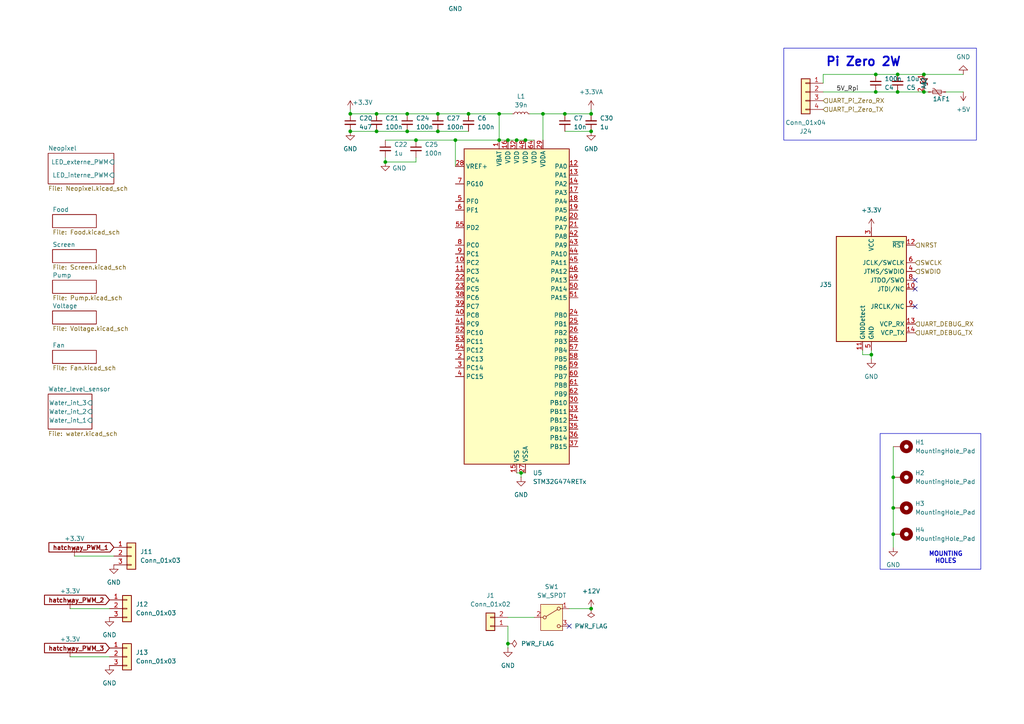
<source format=kicad_sch>
(kicad_sch (version 20250114) (generator "eeschema") (generator_version "9.0")
  (paper "A4")
  (lib_symbols
    (symbol "Connector:Conn_ST_STDC14"
      (property "Reference" "J" (at -8.89 16.51 0))
      (property "Value" "Conn_ST_STDC14" (at 17.78 16.51 0))
      (symbol "Conn_ST_STDC14_0_1"
        (rectangle (start -10.16 15.24) (end 10.16 -15.24) (stroke (width 0.254)) (fill (type background)))
      )
      (symbol "Conn_ST_STDC14_1_1"
        (pin no_connect line (at -10.16 5.08 0) (length 2.54) (hide yes) (name "NC") (number "1"))
        (pin no_connect line (at -10.16 2.54 0) (length 2.54) (hide yes) (name "NC") (number "2"))
        (pin passive line (at -2.54 -17.78 90) (length 2.54) (name "GNDDetect") (number "11"))
        (pin power_in line (at 0 17.78 270) (length 2.54) (name "VCC") (number "3"))
        (pin power_in line (at 0 -17.78 90) (length 2.54) (name "GND") (number "5"))
        (pin passive line (at 0 -17.78 90) (length 2.54) (hide yes) (name "GND") (number "7"))
        (pin open_collector line (at 12.7 12.7 180) (length 2.54) (name "~{RST}") (number "12"))
        (pin output line (at 12.7 7.62 180) (length 2.54) (name "JCLK/SWCLK") (number "6"))
        (pin bidirectional line (at 12.7 5.08 180) (length 2.54) (name "JTMS/SWDIO") (number "4"))
        (pin input line (at 12.7 2.54 180) (length 2.54) (name "JTDO/SWO") (number "8"))
        (pin output line (at 12.7 0 180) (length 2.54) (name "JTDI/NC") (number "10"))
        (pin input line (at 12.7 -5.08 180) (length 2.54) (name "JRCLK/NC") (number "9"))
        (pin output line (at 12.7 -10.16 180) (length 2.54) (name "VCP_RX") (number "13"))
        (pin input line (at 12.7 -12.7 180) (length 2.54) (name "VCP_TX") (number "14"))
      )
    )
    (symbol "Connector_Generic:Conn_01x02" (pin_names (offset 1.016) (hide yes))
      (property "Reference" "J" (at 0 2.54 0))
      (property "Value" "Conn_01x02" (at 0 -5.08 0))
      (symbol "Conn_01x02_1_1"
        (rectangle (start -1.27 1.27) (end 1.27 -3.81) (stroke (width 0.254)) (fill (type background)))
        (rectangle (start -1.27 0.127) (end 0 -0.127) (stroke (width 0.1524)))
        (rectangle (start -1.27 -2.413) (end 0 -2.667) (stroke (width 0.1524)))
        (pin passive line (at -5.08 0 0) (length 3.81) (name "Pin_1") (number "1"))
        (pin passive line (at -5.08 -2.54 0) (length 3.81) (name "Pin_2") (number "2"))
      )
    )
    (symbol "Connector_Generic:Conn_01x03" (pin_names (offset 1.016) (hide yes))
      (property "Reference" "J" (at 0 5.08 0))
      (property "Value" "Conn_01x03" (at 0 -5.08 0))
      (symbol "Conn_01x03_1_1"
        (rectangle (start -1.27 3.81) (end 1.27 -3.81) (stroke (width 0.254)) (fill (type background)))
        (rectangle (start -1.27 2.667) (end 0 2.413) (stroke (width 0.1524)))
        (rectangle (start -1.27 0.127) (end 0 -0.127) (stroke (width 0.1524)))
        (rectangle (start -1.27 -2.413) (end 0 -2.667) (stroke (width 0.1524)))
        (pin passive line (at -5.08 2.54 0) (length 3.81) (name "Pin_1") (number "1"))
        (pin passive line (at -5.08 0 0) (length 3.81) (name "Pin_2") (number "2"))
        (pin passive line (at -5.08 -2.54 0) (length 3.81) (name "Pin_3") (number "3"))
      )
    )
    (symbol "Connector_Generic:Conn_01x04" (pin_names (offset 1.016) (hide yes))
      (property "Reference" "J" (at 0 5.08 0))
      (property "Value" "Conn_01x04" (at 0 -7.62 0))
      (symbol "Conn_01x04_1_1"
        (rectangle (start -1.27 3.81) (end 1.27 -6.35) (stroke (width 0.254)) (fill (type background)))
        (rectangle (start -1.27 2.667) (end 0 2.413) (stroke (width 0.1524)))
        (rectangle (start -1.27 0.127) (end 0 -0.127) (stroke (width 0.1524)))
        (rectangle (start -1.27 -2.413) (end 0 -2.667) (stroke (width 0.1524)))
        (rectangle (start -1.27 -4.953) (end 0 -5.207) (stroke (width 0.1524)))
        (pin passive line (at -5.08 2.54 0) (length 3.81) (name "Pin_1") (number "1"))
        (pin passive line (at -5.08 0 0) (length 3.81) (name "Pin_2") (number "2"))
        (pin passive line (at -5.08 -2.54 0) (length 3.81) (name "Pin_3") (number "3"))
        (pin passive line (at -5.08 -5.08 0) (length 3.81) (name "Pin_4") (number "4"))
      )
    )
    (symbol "Device:C" (pin_numbers (hide yes)) (pin_names (offset 0.254))
      (property "Reference" "C" (at 0.635 2.54 0))
      (property "Value" "C" (at 0.635 -2.54 0))
      (symbol "C_0_1"
        (polyline (pts (xy -2.032 0.762) (xy 2.032 0.762)) (stroke (width 0.508)))
        (polyline (pts (xy -2.032 -0.762) (xy 2.032 -0.762)) (stroke (width 0.508)))
      )
      (symbol "C_1_1"
        (pin passive line (at 0 3.81 270) (length 2.794) (name "~") (number "1"))
        (pin passive line (at 0 -3.81 90) (length 2.794) (name "~") (number "2"))
      )
    )
    (symbol "Device:C_Small" (pin_numbers (hide yes)) (pin_names (offset 0.254) (hide yes))
      (property "Reference" "C" (at 0.254 1.778 0))
      (property "Value" "C_Small" (at 0.254 -2.032 0))
      (symbol "C_Small_0_1"
        (polyline (pts (xy -1.524 0.508) (xy 1.524 0.508)) (stroke (width 0.3048)))
        (polyline (pts (xy -1.524 -0.508) (xy 1.524 -0.508)) (stroke (width 0.3302)))
      )
      (symbol "C_Small_1_1"
        (pin passive line (at 0 2.54 270) (length 2.032) (name "~") (number "1"))
        (pin passive line (at 0 -2.54 90) (length 2.032) (name "~") (number "2"))
      )
    )
    (symbol "Device:L_Small" (pin_numbers (hide yes)) (pin_names (offset 0.254) (hide yes))
      (property "Reference" "L" (at 0.762 1.016 0))
      (property "Value" "L_Small" (at 0.762 -1.016 0))
      (symbol "L_Small_0_1"
        (arc (start 0 2.032) (mid 0.5058 1.524) (end 0 1.016))
        (arc (start 0 1.016) (mid 0.5058 0.508) (end 0 0))
        (arc (start 0 0) (mid 0.5058 -0.508) (end 0 -1.016))
        (arc (start 0 -1.016) (mid 0.5058 -1.524) (end 0 -2.032))
      )
      (symbol "L_Small_1_1"
        (pin passive line (at 0 2.54 270) (length 0.508) (name "~") (number "1"))
        (pin passive line (at 0 -2.54 90) (length 0.508) (name "~") (number "2"))
      )
    )
    (symbol "Device:Polyfuse_Small" (pin_numbers (hide yes)) (pin_names (offset 0))
      (property "Reference" "F" (at -1.905 0 90))
      (property "Value" "Polyfuse_Small" (at 1.905 0 90))
      (symbol "Polyfuse_Small_0_1"
        (polyline (pts (xy -1.016 1.27) (xy -1.016 0.762) (xy 1.016 -0.762) (xy 1.016 -1.27)))
        (rectangle (start -0.508 1.27) (end 0.508 -1.27))
        (polyline (pts (xy 0 2.54) (xy 0 -2.54)))
      )
      (symbol "Polyfuse_Small_1_1"
        (pin passive line (at 0 2.54 270) (length 0.635) (name "~") (number "1"))
        (pin passive line (at 0 -2.54 90) (length 0.635) (name "~") (number "2"))
      )
    )
    (symbol "Device:R_Small" (pin_numbers (hide yes)) (pin_names (offset 0.254) (hide yes))
      (property "Reference" "R" (at 0 0 90))
      (property "Value" "R_Small" (at 1.778 0 90))
      (symbol "R_Small_0_1"
        (rectangle (start -0.762 1.778) (end 0.762 -1.778) (stroke (width 0.2032)))
      )
      (symbol "R_Small_1_1"
        (pin passive line (at 0 2.54 270) (length 0.762) (name "~") (number "1"))
        (pin passive line (at 0 -2.54 90) (length 0.762) (name "~") (number "2"))
      )
    )
    (symbol "GND_1" (power) (pin_numbers (hide yes)) (pin_names (offset 0) (hide yes))
      (property "Value" "GND" (at 0 -3.81 0))
      (symbol "GND_1_0_1"
        (polyline (pts (xy 0 0) (xy 0 -1.27) (xy 1.27 -1.27) (xy 0 -2.54) (xy -1.27 -1.27) (xy 0 -1.27)))
      )
      (symbol "GND_1_1_1"
        (pin power_in line (at 0 0 270) (length 0) (name "~") (number "1"))
      )
    )
    (symbol "GND_13" (power) (pin_numbers (hide yes)) (pin_names (offset 0) (hide yes))
      (property "Value" "GND" (at 0 -3.81 0))
      (symbol "GND_13_0_1"
        (polyline (pts (xy 0 0) (xy 0 -1.27) (xy 1.27 -1.27) (xy 0 -2.54) (xy -1.27 -1.27) (xy 0 -1.27)))
      )
      (symbol "GND_13_1_1"
        (pin power_in line (at 0 0 270) (length 0) (name "~") (number "1"))
      )
    )
    (symbol "MCU_ST_STM32G4:STM32G474RETx"
      (property "Reference" "U" (at -15.24 46.99 0))
      (property "Value" "STM32G474RETx" (at 10.16 46.99 0))
      (symbol "STM32G474RETx_0_1"
        (rectangle (start -15.24 -45.72) (end 15.24 45.72) (stroke (width 0.254)) (fill (type background)))
      )
      (symbol "STM32G474RETx_1_1"
        (pin input line (at -17.78 40.64 0) (length 2.54) (name "VREF+") (number "28"))
        (pin bidirectional line (at -17.78 35.56 0) (length 2.54) (name "PG10") (number "7"))
        (pin bidirectional line (at -17.78 30.48 0) (length 2.54) (name "PF0") (number "5"))
        (pin bidirectional line (at -17.78 27.94 0) (length 2.54) (name "PF1") (number "6"))
        (pin bidirectional line (at -17.78 22.86 0) (length 2.54) (name "PD2") (number "55"))
        (pin bidirectional line (at -17.78 17.78 0) (length 2.54) (name "PC0") (number "8"))
        (pin bidirectional line (at -17.78 15.24 0) (length 2.54) (name "PC1") (number "9"))
        (pin bidirectional line (at -17.78 12.7 0) (length 2.54) (name "PC2") (number "10"))
        (pin bidirectional line (at -17.78 10.16 0) (length 2.54) (name "PC3") (number "11"))
        (pin bidirectional line (at -17.78 7.62 0) (length 2.54) (name "PC4") (number "22"))
        (pin bidirectional line (at -17.78 5.08 0) (length 2.54) (name "PC5") (number "23"))
        (pin bidirectional line (at -17.78 2.54 0) (length 2.54) (name "PC6") (number "38"))
        (pin bidirectional line (at -17.78 0 0) (length 2.54) (name "PC7") (number "39"))
        (pin bidirectional line (at -17.78 -2.54 0) (length 2.54) (name "PC8") (number "40"))
        (pin bidirectional line (at -17.78 -5.08 0) (length 2.54) (name "PC9") (number "41"))
        (pin bidirectional line (at -17.78 -7.62 0) (length 2.54) (name "PC10") (number "52"))
        (pin bidirectional line (at -17.78 -10.16 0) (length 2.54) (name "PC11") (number "53"))
        (pin bidirectional line (at -17.78 -12.7 0) (length 2.54) (name "PC12") (number "54"))
        (pin bidirectional line (at -17.78 -15.24 0) (length 2.54) (name "PC13") (number "2"))
        (pin bidirectional line (at -17.78 -17.78 0) (length 2.54) (name "PC14") (number "3"))
        (pin bidirectional line (at -17.78 -20.32 0) (length 2.54) (name "PC15") (number "4"))
        (pin power_in line (at -5.08 48.26 270) (length 2.54) (name "VBAT") (number "1"))
        (pin power_in line (at -2.54 48.26 270) (length 2.54) (name "VDD") (number "16"))
        (pin power_in line (at 0 48.26 270) (length 2.54) (name "VDD") (number "32"))
        (pin power_in line (at 0 -48.26 90) (length 2.54) (name "VSS") (number "15"))
        (pin passive line (at 0 -48.26 90) (length 2.54) (hide yes) (name "VSS") (number "31"))
        (pin passive line (at 0 -48.26 90) (length 2.54) (hide yes) (name "VSS") (number "47"))
        (pin passive line (at 0 -48.26 90) (length 2.54) (hide yes) (name "VSS") (number "63"))
        (pin power_in line (at 2.54 48.26 270) (length 2.54) (name "VDD") (number "48"))
        (pin power_in line (at 2.54 -48.26 90) (length 2.54) (name "VSSA") (number "27"))
        (pin power_in line (at 5.08 48.26 270) (length 2.54) (name "VDD") (number "64"))
        (pin power_in line (at 7.62 48.26 270) (length 2.54) (name "VDDA") (number "29"))
        (pin bidirectional line (at 17.78 40.64 180) (length 2.54) (name "PA0") (number "12"))
        (pin bidirectional line (at 17.78 38.1 180) (length 2.54) (name "PA1") (number "13"))
        (pin bidirectional line (at 17.78 35.56 180) (length 2.54) (name "PA2") (number "14"))
        (pin bidirectional line (at 17.78 33.02 180) (length 2.54) (name "PA3") (number "17"))
        (pin bidirectional line (at 17.78 30.48 180) (length 2.54) (name "PA4") (number "18"))
        (pin bidirectional line (at 17.78 27.94 180) (length 2.54) (name "PA5") (number "19"))
        (pin bidirectional line (at 17.78 25.4 180) (length 2.54) (name "PA6") (number "20"))
        (pin bidirectional line (at 17.78 22.86 180) (length 2.54) (name "PA7") (number "21"))
        (pin bidirectional line (at 17.78 20.32 180) (length 2.54) (name "PA8") (number "42"))
        (pin bidirectional line (at 17.78 17.78 180) (length 2.54) (name "PA9") (number "43"))
        (pin bidirectional line (at 17.78 15.24 180) (length 2.54) (name "PA10") (number "44"))
        (pin bidirectional line (at 17.78 12.7 180) (length 2.54) (name "PA11") (number "45"))
        (pin bidirectional line (at 17.78 10.16 180) (length 2.54) (name "PA12") (number "46"))
        (pin bidirectional line (at 17.78 7.62 180) (length 2.54) (name "PA13") (number "49"))
        (pin bidirectional line (at 17.78 5.08 180) (length 2.54) (name "PA14") (number "50"))
        (pin bidirectional line (at 17.78 2.54 180) (length 2.54) (name "PA15") (number "51"))
        (pin bidirectional line (at 17.78 -2.54 180) (length 2.54) (name "PB0") (number "24"))
        (pin bidirectional line (at 17.78 -5.08 180) (length 2.54) (name "PB1") (number "25"))
        (pin bidirectional line (at 17.78 -7.62 180) (length 2.54) (name "PB2") (number "26"))
        (pin bidirectional line (at 17.78 -10.16 180) (length 2.54) (name "PB3") (number "56"))
        (pin bidirectional line (at 17.78 -12.7 180) (length 2.54) (name "PB4") (number "57"))
        (pin bidirectional line (at 17.78 -15.24 180) (length 2.54) (name "PB5") (number "58"))
        (pin bidirectional line (at 17.78 -17.78 180) (length 2.54) (name "PB6") (number "59"))
        (pin bidirectional line (at 17.78 -20.32 180) (length 2.54) (name "PB7") (number "60"))
        (pin bidirectional line (at 17.78 -22.86 180) (length 2.54) (name "PB8") (number "61"))
        (pin bidirectional line (at 17.78 -25.4 180) (length 2.54) (name "PB9") (number "62"))
        (pin bidirectional line (at 17.78 -27.94 180) (length 2.54) (name "PB10") (number "30"))
        (pin bidirectional line (at 17.78 -30.48 180) (length 2.54) (name "PB11") (number "33"))
        (pin bidirectional line (at 17.78 -33.02 180) (length 2.54) (name "PB12") (number "34"))
        (pin bidirectional line (at 17.78 -35.56 180) (length 2.54) (name "PB13") (number "35"))
        (pin bidirectional line (at 17.78 -38.1 180) (length 2.54) (name "PB14") (number "36"))
        (pin bidirectional line (at 17.78 -40.64 180) (length 2.54) (name "PB15") (number "37"))
      )
    )
    (symbol "Mechanical:MountingHole_Pad" (pin_numbers (hide yes)) (pin_names (offset 1.016) (hide yes))
      (property "Reference" "H" (at 0 6.35 0))
      (property "Value" "MountingHole_Pad" (at 0 4.445 0))
      (symbol "MountingHole_Pad_0_1"
        (circle (center 0 1.27) (radius 1.27) (stroke (width 1.27)))
      )
      (symbol "MountingHole_Pad_1_1"
        (pin input line (at 0 -2.54 90) (length 2.54) (name "1") (number "1"))
      )
    )
    (symbol "Switch:SW_SPDT" (pin_names (offset 0) (hide yes))
      (property "Reference" "SW" (at 0 5.08 0))
      (property "Value" "SW_SPDT" (at 0 -5.08 0))
      (symbol "SW_SPDT_0_1"
        (circle (center -2.032 0) (radius 0.4572))
        (polyline (pts (xy -1.651 0.254) (xy 1.651 2.286)))
        (circle (center 2.032 2.54) (radius 0.4572))
        (circle (center 2.032 -2.54) (radius 0.4572))
      )
      (symbol "SW_SPDT_1_1"
        (rectangle (start -3.175 3.81) (end 3.175 -3.81) (fill (type background)))
        (pin passive line (at -5.08 0 0) (length 2.54) (name "B") (number "2"))
        (pin passive line (at 5.08 2.54 180) (length 2.54) (name "A") (number "1"))
        (pin passive line (at 5.08 -2.54 180) (length 2.54) (name "C") (number "3"))
      )
    )
    (symbol "my_lib:A4988"
      (property "Reference" "U" (at 7.874 -13.716 0))
      (symbol "A4988_1_1"
        (rectangle (start -6.35 6.35) (end 21.59 -31.75) (fill (type background)))
        (text "A4988" (at 7.62 -15.748 0) (effects (font (size 1.27 1.27))))
        (pin input line (at -8.89 -2.54 0) (length 2.54) (name "MS1") (number "9"))
        (pin input line (at -8.89 -5.08 0) (length 2.54) (name "MS2") (number "10"))
        (pin input line (at -8.89 -7.62 0) (length 2.54) (name "MS3") (number "11"))
        (pin input line (at -8.89 -13.97 0) (length 2.54) (name "EN") (number "2"))
        (pin input line (at -8.89 -16.51 0) (length 2.54) (name "RESET") (number "12"))
        (pin input line (at -8.89 -19.05 0) (length 2.54) (name "SLEEP") (number "14"))
        (pin input line (at -8.89 -21.59 0) (length 2.54) (name "STEP") (number "16"))
        (pin input line (at -8.89 -24.13 0) (length 2.54) (name "DIR") (number "19"))
        (pin passive line (at -1.27 8.89 270) (length 2.54) (name "CP1") (number "4"))
        (pin passive line (at 1.27 8.89 270) (length 2.54) (name "CP2") (number "5"))
        (pin power_in line (at 1.27 -34.29 90) (length 2.54) (name "GND") (number "3"))
        (pin passive line (at 3.81 8.89 270) (length 2.54) (name "VCP") (number "6"))
        (pin power_in line (at 3.81 -34.29 90) (length 2.54) (name "PAD") (number "0"))
        (pin passive line (at 6.35 8.89 270) (length 2.54) (name "ROSC") (number "13"))
        (pin power_in line (at 6.35 -34.29 90) (length 2.54) (name "GND") (number "18"))
        (pin input line (at 8.89 8.89 270) (length 2.54) (name "REF") (number "17"))
        (pin no_connect line (at 8.89 -34.29 90) (length 2.54) (name "NC") (number "7"))
        (pin power_in line (at 11.43 8.89 270) (length 2.54) (name "VDD") (number "15"))
        (pin no_connect line (at 11.43 -34.29 90) (length 2.54) (name "NC") (number "20"))
        (pin power_in line (at 13.97 8.89 270) (length 2.54) (name "VBB1") (number "22"))
        (pin no_connect line (at 13.97 -34.29 90) (length 2.54) (name "NC") (number "25"))
        (pin power_in line (at 16.51 8.89 270) (length 2.54) (name "VBB2") (number "28"))
        (pin power_out line (at 24.13 -2.54 180) (length 2.54) (name "VREG") (number "8"))
        (pin passive line (at 24.13 -7.62 180) (length 2.54) (name "SENSE1") (number "23"))
        (pin output line (at 24.13 -10.16 180) (length 2.54) (name "OUT1A") (number "24"))
        (pin output line (at 24.13 -12.7 180) (length 2.54) (name "OUT1B") (number "21"))
        (pin passive line (at 24.13 -17.78 180) (length 2.54) (name "SENSE2") (number "27"))
        (pin output line (at 24.13 -20.32 180) (length 2.54) (name "OUT2A") (number "26"))
        (pin output line (at 24.13 -22.86 180) (length 2.54) (name "OUT2B") (number "1"))
      )
    )
    (symbol "my_lib:VESD05A1-02V-G3-08"
      (symbol "VESD05A1-02V-G3-08_0_1"
        (polyline (pts (xy -1.27 1.016) (xy -1.27 -1.016) (xy 0 0) (xy 0 0) (xy -1.27 1.016)) (stroke (width 0.254)))
        (polyline (pts (xy -1.27 0) (xy 1.27 0)))
        (polyline (pts (xy 0.508 1.016) (xy 0 1.016) (xy 0 -1.016) (xy -0.508 -1.016)) (stroke (width 0.254)))
      )
      (symbol "VESD05A1-02V-G3-08_1_1"
        (pin passive line (at -2.54 0 0) (length 1.27) (name "A1") (number "1"))
        (pin passive line (at 2.54 0 180) (length 1.27) (name "A2") (number "2"))
      )
    )
    (symbol "power:+12V" (power) (pin_numbers (hide yes)) (pin_names (offset 0) (hide yes))
      (property "Value" "+12V" (at 0 3.556 0))
      (symbol "+12V_0_1"
        (polyline (pts (xy -0.762 1.27) (xy 0 2.54)))
        (polyline (pts (xy 0 2.54) (xy 0.762 1.27)))
        (polyline (pts (xy 0 0) (xy 0 2.54)))
      )
      (symbol "+12V_1_1"
        (pin power_in line (at 0 0 90) (length 0) (name "~") (number "1"))
      )
    )
    (symbol "power:+3.3V" (power) (pin_numbers (hide yes)) (pin_names (offset 0) (hide yes))
      (property "Value" "+3.3V" (at 0 3.556 0))
      (symbol "+3.3V_0_1"
        (polyline (pts (xy -0.762 1.27) (xy 0 2.54)))
        (polyline (pts (xy 0 2.54) (xy 0.762 1.27)))
        (polyline (pts (xy 0 0) (xy 0 2.54)))
      )
      (symbol "+3.3V_1_1"
        (pin power_in line (at 0 0 90) (length 0) (name "~") (number "1"))
      )
    )
    (symbol "power:+3.3VA" (power) (pin_numbers (hide yes)) (pin_names (offset 0) (hide yes))
      (property "Value" "+3.3VA" (at 0 3.556 0))
      (symbol "+3.3VA_0_1"
        (polyline (pts (xy -0.762 1.27) (xy 0 2.54)))
        (polyline (pts (xy 0 2.54) (xy 0.762 1.27)))
        (polyline (pts (xy 0 0) (xy 0 2.54)))
      )
      (symbol "+3.3VA_1_1"
        (pin power_in line (at 0 0 90) (length 0) (name "~") (number "1"))
      )
    )
    (symbol "power:+5V" (power) (pin_numbers (hide yes)) (pin_names (offset 0) (hide yes))
      (property "Value" "+5V" (at 0 3.556 0))
      (symbol "+5V_0_1"
        (polyline (pts (xy -0.762 1.27) (xy 0 2.54)))
        (polyline (pts (xy 0 2.54) (xy 0.762 1.27)))
        (polyline (pts (xy 0 0) (xy 0 2.54)))
      )
      (symbol "+5V_1_1"
        (pin power_in line (at 0 0 90) (length 0) (name "~") (number "1"))
      )
    )
    (symbol "power:GND" (power) (pin_numbers (hide yes)) (pin_names (offset 0) (hide yes))
      (property "Value" "GND" (at 0 -3.81 0))
      (symbol "GND_0_1"
        (polyline (pts (xy 0 0) (xy 0 -1.27) (xy 1.27 -1.27) (xy 0 -2.54) (xy -1.27 -1.27) (xy 0 -1.27)))
      )
      (symbol "GND_1_1"
        (pin power_in line (at 0 0 270) (length 0) (name "~") (number "1"))
      )
    )
    (symbol "power:PWR_FLAG" (power) (pin_numbers (hide yes)) (pin_names (offset 0) (hide yes))
      (property "Value" "PWR_FLAG" (at 0 3.81 0))
      (symbol "PWR_FLAG_0_0"
        (pin power_out line (at 0 0 90) (length 0) (name "~") (number "1"))
      )
      (symbol "PWR_FLAG_0_1"
        (polyline (pts (xy 0 0) (xy 0 1.27) (xy -1.016 1.905) (xy 0 2.54) (xy 1.016 1.905) (xy 0 1.27)))
      )
    )
  )
  (rectangle (start 255.27 125.73) (end 284.48 165.1))
  (rectangle (start 227.33 13.97) (end 283.21 40.64))
  (text "t_off = R_osc/825 in us" (at 160.528 -91.44 0) (effects (font (size 1.27 1.27) (thickness 0.254) (bold yes))))
  (text "Pi Zero 2W" (at 250.444 18.034 0) (effects (font (size 2.54 2.54) (thickness 0.508) (bold yes))))
  (text "MOUNTING\nHOLES" (at 274.32 161.798 0) (effects (font (size 1.27 1.27) (thickness 0.254) (bold yes))))
  (junction (at 144.78 40.64))
  (junction (at 151.13 137.16))
  (junction (at 118.11 38.1))
  (junction (at 171.45 33.02))
  (junction (at 260.35 21.59))
  (junction (at 157.48 33.02))
  (junction (at 252.73 102.87))
  (junction (at 144.78 33.02))
  (junction (at 127 33.02))
  (junction (at 133.35 -40.64))
  (junction (at 127 38.1))
  (junction (at 109.22 33.02))
  (junction (at 259.08 138.43))
  (junction (at 171.45 176.53))
  (junction (at 267.97 26.67))
  (junction (at 109.22 38.1))
  (junction (at 132.08 40.64))
  (junction (at 259.08 147.32))
  (junction (at 259.08 154.94))
  (junction (at 254 21.59))
  (junction (at 267.97 21.59))
  (junction (at 101.6 38.1))
  (junction (at 147.32 186.69))
  (junction (at 39.37 -11.43))
  (junction (at 120.65 40.64))
  (junction (at 39.37 -19.05))
  (junction (at 171.45 38.1))
  (junction (at 254 26.67))
  (junction (at 135.89 33.02))
  (junction (at 149.86 40.64))
  (junction (at 118.11 33.02))
  (junction (at 163.83 33.02))
  (junction (at 101.6 33.02))
  (junction (at 152.4 40.64))
  (junction (at 147.32 40.64))
  (junction (at 111.76 46.99))
  (junction (at 260.35 26.67))
  (no_connect (at 265.43 88.9))
  (no_connect (at 165.1 181.61))
  (no_connect (at 265.43 83.82))
  (no_connect (at 265.43 81.28))
  (wire (pts (xy 147.32 40.64) (xy 149.86 40.64)))
  (wire (pts (xy 135.89 33.02) (xy 144.78 33.02)))
  (wire (pts (xy -44.45 13.97) (xy -45.72 13.97)))
  (wire (pts (xy 109.22 33.02) (xy 118.11 33.02)))
  (wire (pts (xy -45.72 13.97) (xy -45.72 15.24)))
  (wire (pts (xy 120.65 40.64) (xy 132.08 40.64)))
  (wire (pts (xy 238.76 21.59) (xy 254 21.59)))
  (wire (pts (xy 39.37 -11.43) (xy 48.26 -11.43)))
  (wire (pts (xy 259.08 138.43) (xy 259.08 147.32)))
  (wire (pts (xy 43.18 -19.05) (xy 43.18 -13.97)))
  (wire (pts (xy -48.26 35.56) (xy -48.26 36.83)))
  (wire (pts (xy 31.75 -11.43) (xy 39.37 -11.43)))
  (wire (pts (xy 20.32 176.53) (xy 31.75 176.53)))
  (wire (pts (xy -46.99 35.56) (xy -48.26 35.56)))
  (wire (pts (xy 34.29 -19.05) (xy 39.37 -19.05)))
  (wire (pts (xy 163.83 33.02) (xy 171.45 33.02)))
  (wire (pts (xy 127 38.1) (xy 135.89 38.1)))
  (wire (pts (xy -46.99 11.43) (xy -44.45 11.43)))
  (wire (pts (xy 111.76 40.64) (xy 120.65 40.64)))
  (wire (pts (xy 252.73 102.87) (xy 252.73 104.14)))
  (wire (pts (xy 250.19 101.6) (xy 250.19 102.87)))
  (wire (pts (xy 20.32 190.5) (xy 31.75 190.5)))
  (wire (pts (xy 118.11 38.1) (xy 127 38.1)))
  (wire (pts (xy 259.08 129.54) (xy 259.08 138.43)))
  (wire (pts (xy 130.81 -40.64) (xy 133.35 -40.64)))
  (wire (pts (xy 260.35 26.67) (xy 267.97 26.67)))
  (wire (pts (xy -36.83 -5.08) (xy -38.1 -5.08)))
  (wire (pts (xy 118.11 33.02) (xy 127 33.02)))
  (wire (pts (xy 149.86 137.16) (xy 151.13 137.16)))
  (wire (pts (xy 144.78 33.02) (xy 144.78 40.64)))
  (wire (pts (xy 39.37 -19.05) (xy 43.18 -19.05)))
  (wire (pts (xy 151.13 137.16) (xy 151.13 138.43)))
  (wire (pts (xy 254 26.67) (xy 260.35 26.67)))
  (wire (pts (xy 147.32 187.96) (xy 147.32 186.69)))
  (wire (pts (xy 127 -87.63) (xy 127 -86.36)))
  (wire (pts (xy -38.1 -5.08) (xy -38.1 -3.81)))
  (wire (pts (xy 157.48 -72.39) (xy 153.67 -72.39)))
  (wire (pts (xy 128.27 -86.36) (xy 128.27 -83.82)))
  (wire (pts (xy 238.76 26.67) (xy 254 26.67)))
  (wire (pts (xy 171.45 176.53) (xy 165.1 176.53)))
  (wire (pts (xy 267.97 26.67) (xy 269.24 26.67)))
  (wire (pts (xy 132.08 -87.63) (xy 132.08 -86.36)))
  (wire (pts (xy 260.35 21.59) (xy 267.97 21.59)))
  (wire (pts (xy 101.6 38.1) (xy 109.22 38.1)))
  (wire (pts (xy 148.59 33.02) (xy 144.78 33.02)))
  (wire (pts (xy 252.73 101.6) (xy 252.73 102.87)))
  (wire (pts (xy 153.67 33.02) (xy 157.48 33.02)))
  (wire (pts (xy 254 21.59) (xy 260.35 21.59)))
  (wire (pts (xy 130.81 -86.36) (xy 130.81 -83.82)))
  (wire (pts (xy 21.59 161.29) (xy 33.02 161.29)))
  (wire (pts (xy 238.76 21.59) (xy 238.76 24.13)))
  (wire (pts (xy 111.76 46.99) (xy 111.76 45.72)))
  (wire (pts (xy 147.32 186.69) (xy 147.32 181.61)))
  (wire (pts (xy 101.6 31.75) (xy 101.6 33.02)))
  (wire (pts (xy 163.83 38.1) (xy 171.45 38.1)))
  (wire (pts (xy 157.48 33.02) (xy 157.48 40.64)))
  (wire (pts (xy 144.78 40.64) (xy 147.32 40.64)))
  (wire (pts (xy 157.48 33.02) (xy 163.83 33.02)))
  (wire (pts (xy -49.53 33.02) (xy -46.99 33.02)))
  (wire (pts (xy 135.89 -86.36) (xy 135.89 -83.82)))
  (wire (pts (xy 120.65 45.72) (xy 120.65 46.99)))
  (wire (pts (xy 101.6 33.02) (xy 109.22 33.02)))
  (wire (pts (xy 274.32 26.67) (xy 279.4 26.67)))
  (wire (pts (xy 267.97 21.59) (xy 279.4 21.59)))
  (wire (pts (xy 259.08 147.32) (xy 259.08 154.94)))
  (wire (pts (xy 127 33.02) (xy 135.89 33.02)))
  (wire (pts (xy 152.4 40.64) (xy 154.94 40.64)))
  (wire (pts (xy 43.18 -13.97) (xy 48.26 -13.97)))
  (wire (pts (xy 132.08 -86.36) (xy 130.81 -86.36)))
  (wire (pts (xy 171.45 31.75) (xy 171.45 33.02)))
  (wire (pts (xy 259.08 154.94) (xy 259.08 158.75)))
  (wire (pts (xy 132.08 40.64) (xy 144.78 40.64)))
  (wire (pts (xy 133.35 -40.64) (xy 133.35 -39.37)))
  (wire (pts (xy 151.13 137.16) (xy 152.4 137.16)))
  (wire (pts (xy 120.65 46.99) (xy 111.76 46.99)))
  (wire (pts (xy 147.32 179.07) (xy 154.94 179.07)))
  (wire (pts (xy 250.19 102.87) (xy 252.73 102.87)))
  (wire (pts (xy -39.37 -7.62) (xy -36.83 -7.62)))
  (wire (pts (xy 132.08 48.26) (xy 132.08 40.64)))
  (wire (pts (xy 127 -86.36) (xy 128.27 -86.36)))
  (wire (pts (xy 133.35 -40.64) (xy 135.89 -40.64)))
  (wire (pts (xy 109.22 38.1) (xy 118.11 38.1)))
  (wire (pts (xy 149.86 40.64) (xy 152.4 40.64)))
  (label "5V_Rpi" (at 242.57 26.67 0))
  (global_label "UART_HD_XL430" (shape input) (at -46.99 30.48 180) (property "Intersheetrefs" "${INTERSHEET_REFS}" (effects (hide yes))))
  (global_label "hatchway_PWM_1" (shape input) (at 33.02 158.75 180) (effects (font (thickness 0.254) (bold yes))) (property "Intersheetrefs" "${INTERSHEET_REFS}" (effects (hide yes))))
  (global_label "UART_HD_XL430" (shape input) (at -36.83 -10.16 180) (property "Intersheetrefs" "${INTERSHEET_REFS}" (effects (hide yes))))
  (global_label "UART_HD_XL430" (shape input) (at -44.45 8.89 180) (property "Intersheetrefs" "${INTERSHEET_REFS}" (effects (hide yes))))
  (global_label "hatchway_PWM_3" (shape input) (at 31.75 187.96 180) (effects (font (thickness 0.254) (bold yes))) (property "Intersheetrefs" "${INTERSHEET_REFS}" (effects (hide yes))))
  (global_label "hatchway_PWM_2" (shape input) (at 31.75 173.99 180) (effects (font (thickness 0.254) (bold yes))) (property "Intersheetrefs" "${INTERSHEET_REFS}" (effects (hide yes))))
  (hierarchical_label "Output" (shape input) (at 48.26 -8.89 180))
  (hierarchical_label "SWDIO" (shape input) (at 265.43 78.74 0))
  (hierarchical_label "UART_Pi_Zero_TX" (shape input) (at 238.76 31.75 0))
  (hierarchical_label "UART_Pi_Zero_RX" (shape input) (at 238.76 29.21 0))
  (hierarchical_label "SWCLK" (shape input) (at 265.43 76.2 0))
  (hierarchical_label "NRST" (shape input) (at 265.43 71.12 0))
  (hierarchical_label "UART_DEBUG_TX" (shape input) (at 265.43 96.52 0))
  (hierarchical_label "UART_DEBUG_RX" (shape input) (at 265.43 93.98 0))
  (symbol (lib_id "Device:L_Small") (at 151.13 33.02 90) (unit 1)
    (property "Reference" "L1" (at 151.13 27.94 90))
    (property "Value" "39n" (at 151.13 30.48 90))
    (property "Footprint" "Inductor_SMD:L_0603_1608Metric" (effects (hide yes)))
    (property "Description" "Inductor, small symbol" (effects (hide yes)))
  )
  (symbol (lib_id "Device:C_Small") (at 254 24.13 0) (mirror x) (unit 1)
    (property "Reference" "C4" (at 256.54 25.3938 0) (effects (justify left)))
    (property "Value" "100n" (at 256.54 22.86 0) (effects (justify left)))
    (property "Footprint" "Capacitor_SMD:C_0402_1005Metric" (effects (hide yes)))
    (property "Description" "Unpolarized capacitor, small symbol" (effects (hide yes)))
  )
  (symbol (lib_id "Device:C_Small") (at 118.11 35.56 0) (unit 1)
    (property "Reference" "C24" (at 120.65 34.2962 0) (effects (justify left)))
    (property "Value" "100n" (at 120.65 36.8362 0) (effects (justify left)))
    (property "Footprint" "Capacitor_SMD:C_0402_1005Metric" (effects (hide yes)))
    (property "Description" "Unpolarized capacitor, small symbol" (effects (hide yes)))
  )
  (symbol (lib_id "power:+5V") (at 279.4 26.67 0) (mirror x) (unit 1)
    (property "Reference" "#PWR051" (effects (hide yes)))
    (property "Value" "+5V" (at 279.4 31.75 0))
    (property "Description" "Power symbol creates a global label with name \"+5V\"" (effects (hide yes)))
  )
  (symbol (lib_id "Device:C_Small") (at 120.65 43.18 0) (unit 1)
    (property "Reference" "C25" (at 123.19 41.9162 0) (effects (justify left)))
    (property "Value" "100n" (at 123.19 44.4562 0) (effects (justify left)))
    (property "Footprint" "Capacitor_SMD:C_0402_1005Metric" (effects (hide yes)))
    (property "Description" "Unpolarized capacitor, small symbol" (effects (hide yes)))
  )
  (symbol (lib_name "GND_1") (lib_id "power:GND") (at -48.26 36.83 0) (unit 1)
    (property "Reference" "#PWR037" (effects (hide yes)))
    (property "Value" "GND" (at -48.26 41.91 0))
    (property "Description" "Power symbol creates a global label with name \"GND\" , ground" (effects (hide yes)))
  )
  (symbol (lib_id "Connector_Generic:Conn_01x03") (at -39.37 11.43 0) (mirror x) (unit 1)
    (property "Reference" "J103" (at -36.83 12.7001 0) (effects (justify left)))
    (property "Value" "Conn_01x03" (at -36.83 10.1601 0) (effects (justify left)))
    (property "Footprint" "Connector_JST:JST_EH_B3B-EH-A_1x03_P2.50mm_Vertical" (effects (hide yes)))
    (property "Description" "Generic connector, single row, 01x03, script generated (kicad-library-utils/schlib/autogen/connector/)" (effects (hide yes)))
  )
  (symbol (lib_id "Device:C_Small") (at 111.76 43.18 0) (unit 1)
    (property "Reference" "C22" (at 114.3 41.9162 0) (effects (justify left)))
    (property "Value" "1u" (at 114.3 44.4562 0) (effects (justify left)))
    (property "Footprint" "Capacitor_SMD:C_0402_1005Metric" (effects (hide yes)))
    (property "Description" "Unpolarized capacitor, small symbol" (effects (hide yes)))
  )
  (symbol (lib_id "Device:C_Small") (at 101.6 35.56 0) (unit 1)
    (property "Reference" "C20" (at 104.14 34.2962 0) (effects (justify left)))
    (property "Value" "4u7" (at 104.14 36.8362 0) (effects (justify left)))
    (property "Footprint" "Capacitor_SMD:C_0603_1608Metric" (effects (hide yes)))
    (property "Description" "Unpolarized capacitor, small symbol" (effects (hide yes)))
  )
  (symbol (lib_id "power:+12V") (at -49.53 33.02 90) (unit 1)
    (property "Reference" "#PWR036" (effects (hide yes)))
    (property "Value" "+12V" (at -53.34 33.0199 90) (effects (justify left)))
    (property "Description" "Power symbol creates a global label with name \"+12V\"" (effects (hide yes)))
  )
  (symbol (lib_id "power:GND") (at 162.56 -72.39 0) (unit 1)
    (property "Reference" "#PWR083" (effects (hide yes)))
    (property "Value" "GND" (at 162.56 -66.04 0))
    (property "Description" "Power symbol creates a global label with name \"GND\" , ground" (effects (hide yes)))
  )
  (symbol (lib_id "MCU_ST_STM32G4:STM32G474RETx") (at 149.86 88.9 0) (unit 1)
    (property "Reference" "U5" (at 154.5433 137.16 0) (effects (justify left)))
    (property "Value" "STM32G474RETx" (at 154.5433 139.7 0) (effects (justify left)))
    (property "Footprint" "Package_QFP:LQFP-64_10x10mm_P0.5mm" (effects (hide yes)))
    (property "Datasheet" "https://www.st.com/resource/en/datasheet/stm32g474re.pdf" (effects (hide yes)))
    (property "Description" "STMicroelectronics Arm Cortex-M4 MCU, 512KB flash, 128KB RAM, 170 MHz, 1.71-3.6V, 52 GPIO, LQFP64" (effects (hide yes)))
  )
  (symbol (lib_id "power:+3.3V") (at 21.59 161.29 0) (unit 1)
    (property "Reference" "#PWR023" (effects (hide yes)))
    (property "Value" "+3.3V" (at 21.59 156.21 0))
    (property "Description" "Power symbol creates a global label with name \"+3.3V\"" (effects (hide yes)))
  )
  (symbol (lib_id "power:GND") (at 151.13 138.43 0) (unit 1)
    (property "Reference" "#PWR056" (effects (hide yes)))
    (property "Value" "GND" (at 151.13 143.51 0))
    (property "Description" "Power symbol creates a global label with name \"GND\" , ground" (effects (hide yes)))
  )
  (symbol (lib_id "power:GND") (at 33.02 163.83 0) (unit 1)
    (property "Reference" "#PWR022" (effects (hide yes)))
    (property "Value" "GND" (at 33.02 168.91 0))
    (property "Description" "Power symbol creates a global label with name \"GND\" , ground" (effects (hide yes)))
  )
  (symbol (lib_id "Device:C_Small") (at 135.89 35.56 0) (unit 1)
    (property "Reference" "C6" (at 138.43 34.2962 0) (effects (justify left)))
    (property "Value" "100n" (at 138.43 36.8362 0) (effects (justify left)))
    (property "Footprint" "Capacitor_SMD:C_0402_1005Metric" (effects (hide yes)))
    (property "Description" "Unpolarized capacitor, small symbol" (effects (hide yes)))
  )
  (symbol (lib_id "power:+12V") (at 132.08 -5.08 0) (unit 1)
    (property "Reference" "#PWR042" (effects (hide yes)))
    (property "Value" "+12V" (at 132.08 -8.89 0))
    (property "Description" "Power symbol creates a global label with name \"+12V\"" (effects (hide yes)))
  )
  (symbol (lib_id "Device:C_Small") (at 129.54 -87.63 90) (unit 1)
    (property "Reference" "C9" (at 129.5463 -92.71 90))
    (property "Value" "100n" (at 129.5463 -90.17 90))
    (property "Description" "Unpolarized capacitor, small symbol" (effects (hide yes)))
  )
  (symbol (lib_id "Connector_Generic:Conn_01x02") (at 137.16 -5.08 0) (unit 1)
    (property "Reference" "J21" (at 139.7 -5.0801 0) (effects (justify left)))
    (property "Value" "Conn_01x02" (at 139.7 -2.5401 0) (effects (justify left)))
    (property "Description" "Generic connector, single row, 01x02, script generated (kicad-library-utils/schlib/autogen/connector/)" (effects (hide yes)))
  )
  (symbol (lib_id "power:GND") (at 171.45 38.1 0) (unit 1)
    (property "Reference" "#PWR052" (effects (hide yes)))
    (property "Value" "GND" (at 171.45 43.18 0))
    (property "Description" "Power symbol creates a global label with name \"GND\" , ground" (effects (hide yes)))
  )
  (symbol (lib_id "Device:C") (at 39.37 -15.24 180) (unit 1)
    (property "Reference" "C11" (at 43.18 -16.5101 0) (effects (justify right)))
    (property "Value" "1u" (at 43.18 -13.9701 0) (effects (justify right)))
    (property "Footprint" "Capacitor_SMD:C_0603_1608Metric" (effects (hide yes)))
    (property "Description" "Unpolarized capacitor" (effects (hide yes)))
  )
  (symbol (lib_id "Device:C_Small") (at 260.35 24.13 0) (mirror x) (unit 1)
    (property "Reference" "C5" (at 262.89 25.3938 0) (effects (justify left)))
    (property "Value" "10u" (at 262.89 22.86 0) (effects (justify left)))
    (property "Footprint" "Capacitor_SMD:C_0603_1608Metric" (effects (hide yes)))
    (property "Description" "Unpolarized capacitor, small symbol" (effects (hide yes)))
  )
  (symbol (lib_id "Mechanical:MountingHole_Pad") (at 261.62 138.43 270) (unit 1)
    (property "Reference" "H2" (at 265.43 137.16 90) (effects (justify left)))
    (property "Value" "MountingHole_Pad" (at 265.43 139.7 90) (effects (justify left)))
    (property "Footprint" "MountingHole:MountingHole_3.2mm_M3_Pad_Via" (effects (hide yes)))
  )
  (symbol (lib_id "Connector_Generic:Conn_01x03") (at 53.34 -11.43 0) (unit 1)
    (property "Reference" "J20" (at 55.88 -12.7001 0) (effects (justify left)))
    (property "Value" "Conn_01x03" (at 55.88 -10.1601 0) (effects (justify left)))
    (property "Footprint" "Connector_JST:JST_EH_B3B-EH-A_1x03_P2.50mm_Vertical" (effects (hide yes)))
    (property "Description" "Generic connector, single row, 01x03, script generated (kicad-library-utils/schlib/autogen/connector/)" (effects (hide yes)))
  )
  (symbol (lib_id "power:+3.3V") (at 101.6 31.75 0) (unit 1)
    (property "Reference" "#PWR052" (effects (hide yes)))
    (property "Value" "+3.3V" (at 105.156 29.718 0))
    (property "Description" "Power symbol creates a global label with name \"+3.3V\"" (effects (hide yes)))
  )
  (symbol (lib_id "Connector:Conn_ST_STDC14") (at 252.73 83.82 0) (unit 1)
    (property "Reference" "J35" (at 241.3 82.5499 0) (effects (justify right)))
    (property "Value" "Conn_ST_STDC14" (effects (hide yes)))
    (property "Footprint" "Connector_PinHeader_1.27mm:PinHeader_2x07_P1.27mm_Vertical_SMD" (effects (hide yes)))
    (property "Datasheet" "https://www.st.com/content/ccc/resource/technical/document/user_manual/group1/99/49/91/b6/b2/3a/46/e5/DM00526767/files/DM00526767.pdf/jcr:content/translations/en.DM00526767.pdf" (effects (hide yes)))
    (property "Description" "ST Debug Connector, standard ARM Cortex-M SWD and JTAG interface plus UART" (effects (hide yes)))
    (property "MPN" "STLINK-V3MINIE" (effects (hide yes)))
  )
  (symbol (lib_name "GND_1") (lib_id "power:GND") (at -45.72 15.24 0) (unit 1)
    (property "Reference" "#PWR0112" (effects (hide yes)))
    (property "Value" "GND" (at -45.72 20.32 0))
    (property "Description" "Power symbol creates a global label with name \"GND\" , ground" (effects (hide yes)))
  )
  (symbol (lib_id "power:+12V") (at -39.37 -7.62 90) (unit 1)
    (property "Reference" "#PWR038" (effects (hide yes)))
    (property "Value" "+12V" (at -43.18 -7.6201 90) (effects (justify left)))
    (property "Description" "Power symbol creates a global label with name \"+12V\"" (effects (hide yes)))
  )
  (symbol (lib_id "my_lib:A4988") (at 129.54 -74.93 0) (unit 1)
    (property "Reference" "U1" (at 145.6533 -39.37 0) (effects (justify left)))
  )
  (symbol (lib_id "power:+5V") (at 31.75 -11.43 0) (unit 1)
    (property "Reference" "#PWR040" (effects (hide yes)))
    (property "Value" "+5V" (at 31.75 -16.51 0))
    (property "Description" "Power symbol creates a global label with name \"+5V\"" (effects (hide yes)))
  )
  (symbol (lib_id "Connector_Generic:Conn_01x02") (at 142.24 181.61 180) (unit 1)
    (property "Reference" "J1" (at 142.24 172.72 0))
    (property "Value" "Conn_01x02" (at 142.24 175.26 0))
    (property "Description" "Generic connector, single row, 01x02, script generated (kicad-library-utils/schlib/autogen/connector/)" (effects (hide yes)))
  )
  (symbol (lib_id "power:+12V") (at 171.45 176.53 0) (unit 1)
    (property "Reference" "#PWR01" (effects (hide yes)))
    (property "Value" "+12V" (at 171.45 171.45 0))
    (property "Description" "Power symbol creates a global label with name \"+12V\"" (effects (hide yes)))
  )
  (symbol (lib_id "Connector_Generic:Conn_01x03") (at -31.75 -7.62 0) (mirror x) (unit 1)
    (property "Reference" "J19" (at -29.21 -6.3499 0) (effects (justify left)))
    (property "Value" "Conn_01x03" (at -29.21 -8.8899 0) (effects (justify left)))
    (property "Footprint" "Connector_JST:JST_EH_B3B-EH-A_1x03_P2.50mm_Vertical" (effects (hide yes)))
    (property "Description" "Generic connector, single row, 01x03, script generated (kicad-library-utils/schlib/autogen/connector/)" (effects (hide yes)))
  )
  (symbol (lib_id "Device:C_Small") (at 160.02 -72.39 90) (unit 1)
    (property "Reference" "C8" (at 160.0263 -77.47 90))
    (property "Value" "220n" (at 160.0263 -74.93 90))
    (property "Description" "Unpolarized capacitor, small symbol" (effects (hide yes)))
  )
  (symbol (lib_id "power:GND") (at 279.4 21.59 0) (mirror x) (unit 1)
    (property "Reference" "#PWR050" (effects (hide yes)))
    (property "Value" "GND" (at 279.4 16.51 0))
    (property "Description" "Power symbol creates a global label with name \"GND\" , ground" (effects (hide yes)))
  )
  (symbol (lib_id "Connector_Generic:Conn_01x03") (at 38.1 161.29 0) (unit 1)
    (property "Reference" "J11" (at 40.64 160.0199 0) (effects (justify left)))
    (property "Value" "Conn_01x03" (at 40.64 162.5599 0) (effects (justify left)))
    (property "Description" "Generic connector, single row, 01x03, script generated (kicad-library-utils/schlib/autogen/connector/)" (effects (hide yes)))
  )
  (symbol (lib_id "Device:C_Small") (at 171.45 35.56 180) (unit 1)
    (property "Reference" "C30" (at 173.99 34.2835 0) (effects (justify right)))
    (property "Value" "1u" (at 173.99 36.8235 0) (effects (justify right)))
    (property "Footprint" "Capacitor_SMD:C_0402_1005Metric" (effects (hide yes)))
    (property "Description" "Unpolarized capacitor, small symbol" (effects (hide yes)))
  )
  (symbol (lib_id "power:+3.3V") (at 20.32 176.53 0) (unit 1)
    (property "Reference" "#PWR024" (effects (hide yes)))
    (property "Value" "+3.3V" (at 20.32 171.45 0))
    (property "Description" "Power symbol creates a global label with name \"+3.3V\"" (effects (hide yes)))
  )
  (symbol (lib_id "Connector_Generic:Conn_01x04") (at 233.68 26.67 0) (mirror y) (unit 1)
    (property "Reference" "J24" (at 233.68 38.1 0))
    (property "Value" "Conn_01x04" (at 233.68 35.56 0))
    (property "Footprint" "Connector_THT_Wurth:J_Wurth_WR-WTB_62000411722" (effects (hide yes)))
    (property "Description" "Generic connector, single row, 01x04, script generated (kicad-library-utils/schlib/autogen/connector/)" (effects (hide yes)))
  )
  (symbol (lib_id "Connector_Generic:Conn_01x03") (at 36.83 176.53 0) (unit 1)
    (property "Reference" "J12" (at 39.37 175.2599 0) (effects (justify left)))
    (property "Value" "Conn_01x03" (at 39.37 177.7999 0) (effects (justify left)))
    (property "Description" "Generic connector, single row, 01x03, script generated (kicad-library-utils/schlib/autogen/connector/)" (effects (hide yes)))
  )
  (symbol (lib_id "power:GND") (at 34.29 -19.05 180) (unit 1)
    (property "Reference" "#PWR041" (effects (hide yes)))
    (property "Value" "GND" (at 34.29 -24.13 0))
    (property "Description" "Power symbol creates a global label with name \"GND\" , ground" (effects (hide yes)))
  )
  (symbol (lib_id "power:PWR_FLAG") (at 147.32 186.69 270) (unit 1)
    (property "Reference" "#FLG01" (effects (hide yes)))
    (property "Value" "PWR_FLAG" (at 151.13 186.6899 90) (effects (justify left)))
    (property "Description" "Special symbol for telling ERC where power comes from" (effects (hide yes)))
  )
  (symbol (lib_id "power:GND") (at 147.32 187.96 0) (unit 1)
    (property "Reference" "#PWR02" (effects (hide yes)))
    (property "Value" "GND" (at 147.32 193.04 0))
    (property "Description" "Power symbol creates a global label with name \"GND\" , ground" (effects (hide yes)))
  )
  (symbol (lib_id "Connector_Generic:Conn_01x03") (at 36.83 190.5 0) (unit 1)
    (property "Reference" "J13" (at 39.37 189.2299 0) (effects (justify left)))
    (property "Value" "Conn_01x03" (at 39.37 191.7699 0) (effects (justify left)))
    (property "Description" "Generic connector, single row, 01x03, script generated (kicad-library-utils/schlib/autogen/connector/)" (effects (hide yes)))
  )
  (symbol (lib_id "Device:C_Small") (at 127 35.56 0) (unit 1)
    (property "Reference" "C27" (at 129.54 34.2962 0) (effects (justify left)))
    (property "Value" "100n" (at 129.54 36.8362 0) (effects (justify left)))
    (property "Footprint" "Capacitor_SMD:C_0402_1005Metric" (effects (hide yes)))
    (property "Description" "Unpolarized capacitor, small symbol" (effects (hide yes)))
  )
  (symbol (lib_id "Device:C_Small") (at 109.22 35.56 0) (unit 1)
    (property "Reference" "C21" (at 111.76 34.2962 0) (effects (justify left)))
    (property "Value" "100n" (at 111.76 36.8362 0) (effects (justify left)))
    (property "Footprint" "Capacitor_SMD:C_0402_1005Metric" (effects (hide yes)))
    (property "Description" "Unpolarized capacitor, small symbol" (effects (hide yes)))
  )
  (symbol (lib_id "power:+3.3VA") (at 171.45 31.75 0) (unit 1)
    (property "Reference" "#PWR057" (effects (hide yes)))
    (property "Value" "+3.3VA" (at 171.45 26.67 0))
    (property "Description" "Power symbol creates a global label with name \"+3.3VA\"" (effects (hide yes)))
  )
  (symbol (lib_id "power:GND") (at 31.75 193.04 0) (unit 1)
    (property "Reference" "#PWR027" (effects (hide yes)))
    (property "Value" "GND" (at 31.75 198.12 0))
    (property "Description" "Power symbol creates a global label with name \"GND\" , ground" (effects (hide yes)))
  )
  (symbol (lib_id "Mechanical:MountingHole_Pad") (at 261.62 129.54 270) (unit 1)
    (property "Reference" "H1" (at 265.43 128.27 90) (effects (justify left)))
    (property "Value" "MountingHole_Pad" (at 265.43 130.81 90) (effects (justify left)))
    (property "Footprint" "MountingHole:MountingHole_3.2mm_M3_Pad_Via" (effects (hide yes)))
  )
  (symbol (lib_id "power:GND") (at 101.6 38.1 0) (unit 1)
    (property "Reference" "#PWR053" (effects (hide yes)))
    (property "Value" "GND" (at 101.6 43.18 0))
    (property "Description" "Power symbol creates a global label with name \"GND\" , ground" (effects (hide yes)))
  )
  (symbol (lib_id "Mechanical:MountingHole_Pad") (at 261.62 147.32 270) (unit 1)
    (property "Reference" "H3" (at 265.43 146.05 90) (effects (justify left)))
    (property "Value" "MountingHole_Pad" (at 265.43 148.59 90) (effects (justify left)))
    (property "Footprint" "MountingHole:MountingHole_3.2mm_M3_Pad_Via" (effects (hide yes)))
  )
  (symbol (lib_id "power:GND") (at 31.75 179.07 0) (unit 1)
    (property "Reference" "#PWR025" (effects (hide yes)))
    (property "Value" "GND" (at 31.75 184.15 0))
    (property "Description" "Power symbol creates a global label with name \"GND\" , ground" (effects (hide yes)))
  )
  (symbol (lib_id "power:+3.3V") (at 20.32 190.5 0) (unit 1)
    (property "Reference" "#PWR026" (effects (hide yes)))
    (property "Value" "+3.3V" (at 20.32 185.42 0))
    (property "Description" "Power symbol creates a global label with name \"+3.3V\"" (effects (hide yes)))
  )
  (symbol (lib_name "GND_13") (lib_id "power:GND") (at 252.73 104.14 0) (unit 1)
    (property "Reference" "#PWR085" (effects (hide yes)))
    (property "Value" "GND" (at 252.73 109.22 0))
    (property "Description" "Power symbol creates a global label with name \"GND\" , ground" (effects (hide yes)))
  )
  (symbol (lib_id "power:+12V") (at -46.99 11.43 90) (unit 1)
    (property "Reference" "#PWR0110" (effects (hide yes)))
    (property "Value" "+12V" (at -50.8 11.4299 90) (effects (justify left)))
    (property "Description" "Power symbol creates a global label with name \"+12V\"" (effects (hide yes)))
  )
  (symbol (lib_id "Mechanical:MountingHole_Pad") (at 261.62 154.94 270) (unit 1)
    (property "Reference" "H4" (at 265.43 153.67 90) (effects (justify left)))
    (property "Value" "MountingHole_Pad" (at 265.43 156.21 90) (effects (justify left)))
    (property "Footprint" "MountingHole:MountingHole_3.2mm_M3_Pad_Via" (effects (hide yes)))
  )
  (symbol (lib_id "Device:Polyfuse_Small") (at 271.78 26.67 90) (mirror x) (unit 1)
    (property "Reference" "F1" (at 274.32 28.702 90))
    (property "Value" "1A" (at 271.78 28.702 90))
    (property "Footprint" "Fuse:Fuse_2920_7451Metric" (effects (hide yes)))
    (property "Datasheet" "https://www.mouser.fr/datasheet/3/191/1/ds-CP-0ZAF-series.pdf" (effects (hide yes)))
    (property "Description" "Resettable fuse, polymeric positive temperature coefficient, small symbol" (effects (hide yes)))
    (property "MPN" "0ZAF0013FF28" (effects (hide yes)))
  )
  (symbol (lib_id "Device:C_Small") (at 163.83 35.56 0) (unit 1)
    (property "Reference" "C7" (at 166.37 34.2962 0) (effects (justify left)))
    (property "Value" "10n" (at 166.37 36.8362 0) (effects (justify left)))
    (property "Footprint" "Capacitor_SMD:C_0402_1005Metric" (effects (hide yes)))
    (property "Description" "Unpolarized capacitor, small symbol" (effects (hide yes)))
  )
  (symbol (lib_id "Connector_Generic:Conn_01x03") (at -41.91 33.02 0) (mirror x) (unit 1)
    (property "Reference" "J18" (at -39.37 34.2901 0) (effects (justify left)))
    (property "Value" "Conn_01x03" (at -39.37 31.7501 0) (effects (justify left)))
    (property "Footprint" "Connector_JST:JST_EH_B3B-EH-A_1x03_P2.50mm_Vertical" (effects (hide yes)))
    (property "Description" "Generic connector, single row, 01x03, script generated (kicad-library-utils/schlib/autogen/connector/)" (effects (hide yes)))
  )
  (symbol (lib_id "Switch:SW_SPDT") (at 160.02 179.07 0) (unit 1)
    (property "Reference" "SW1" (at 160.02 170.18 0))
    (property "Value" "SW_SPDT" (at 160.02 172.72 0))
    (property "Description" "Switch, single pole double throw" (effects (hide yes)))
  )
  (symbol (lib_name "GND_1") (lib_id "power:GND") (at -38.1 -3.81 0) (unit 1)
    (property "Reference" "#PWR039" (effects (hide yes)))
    (property "Value" "GND" (at -38.1 1.27 0))
    (property "Description" "Power symbol creates a global label with name \"GND\" , ground" (effects (hide yes)))
  )
  (symbol (lib_id "power:GND") (at 259.08 158.75 0) (unit 1)
    (property "Reference" "#PWR09" (effects (hide yes)))
    (property "Value" "GND" (at 259.08 163.83 0))
    (property "Description" "Power symbol creates a global label with name \"GND\" , ground" (effects (hide yes)))
  )
  (symbol (lib_id "power:+3.3V") (at 252.73 66.04 0) (unit 1)
    (property "Reference" "#PWR084" (effects (hide yes)))
    (property "Value" "+3.3V" (at 252.73 60.96 0))
  )
  (symbol (lib_id "power:GND") (at 133.35 -39.37 0) (unit 1)
    (property "Reference" "#PWR081" (effects (hide yes)))
    (property "Value" "GND" (at 133.35 -33.02 0))
    (property "Description" "Power symbol creates a global label with name \"GND\" , ground" (effects (hide yes)))
  )
  (symbol (lib_id "power:PWR_FLAG") (at 171.45 176.53 180) (unit 1)
    (property "Reference" "#FLG02" (effects (hide yes)))
    (property "Value" "PWR_FLAG" (at 171.45 181.61 0))
    (property "Description" "Special symbol for telling ERC where power comes from" (effects (hide yes)))
  )
  (symbol (lib_id "Device:R_Small") (at 135.89 -88.9 0) (unit 1)
    (property "Reference" "R8" (at 138.43 -90.1701 0) (effects (font (size 1.016 1.016)) (justify left)))
    (property "Value" "25k" (at 138.43 -87.6301 0) (effects (justify left)))
    (property "Description" "Resistor, small symbol" (effects (hide yes)))
  )
  (symbol (lib_id "power:GND") (at 132.08 -2.54 0) (unit 1)
    (property "Reference" "#PWR043" (effects (hide yes)))
    (property "Value" "GND" (at 132.08 2.54 0))
    (property "Description" "Power symbol creates a global label with name \"GND\" , ground" (effects (hide yes)))
  )
  (symbol (lib_id "power:GND") (at 111.76 46.99 0) (unit 1)
    (property "Reference" "#PWR055" (effects (hide yes)))
    (property "Value" "GND" (at 115.824 48.768 0))
    (property "Description" "Power symbol creates a global label with name \"GND\" , ground" (effects (hide yes)))
  )
  (symbol (lib_id "my_lib:VESD05A1-02V-G3-08") (at 267.97 24.13 270) (unit 1)
    (property "Reference" "D20" (effects (hide yes)))
    (property "Value" "~" (at 270.51 24.0665 90) (effects (justify left)))
    (property "Footprint" "Diode_SMD:D_SOD-523" (effects (hide yes)))
  )
  (sheet (at 15.24 72.39) (size 12.7 3.81) (stroke (width 0.1524))
    (property "Sheetname" "Screen" (at 15.24 71.6784 0) (effects (justify left bottom)))
    (property "Sheetfile" "Screen.kicad_sch" (at 15.24 76.7846 0) (effects (justify left top)))
  )
  (sheet (at 15.24 101.6) (size 12.7 3.81) (stroke (width 0.1524))
    (property "Sheetname" "Fan" (at 15.24 100.8884 0) (effects (justify left bottom)))
    (property "Sheetfile" "Fan.kicad_sch" (at 15.24 105.9946 0) (effects (justify left top)))
  )
  (sheet (at 13.97 44.45) (size 19.05 8.89) (stroke (width 0.1524))
    (property "Sheetname" "Neopixel" (at 13.97 43.7384 0) (effects (justify left bottom)))
    (property "Sheetfile" "Neopixel.kicad_sch" (at 13.97 53.9246 0) (effects (justify left top)))
    (pin "LED_externe_PWM" input (at 33.02 46.99 0))
    (pin "LED_interne_PWM" input (at 33.02 50.8 0))
  )
  (sheet (at 15.24 62.23) (size 12.7 3.81) (stroke (width 0.1524))
    (property "Sheetname" "Food" (at 15.24 61.5184 0) (effects (justify left bottom)))
    (property "Sheetfile" "Food.kicad_sch" (at 15.24 66.6246 0) (effects (justify left top)))
  )
  (sheet (at 15.24 90.17) (size 12.7 3.81) (stroke (width 0.1524))
    (property "Sheetname" "Voltage" (at 15.24 89.4584 0) (effects (justify left bottom)))
    (property "Sheetfile" "Voltage.kicad_sch" (at 15.24 94.5646 0) (effects (justify left top)))
  )
  (sheet (at 13.97 114.3) (size 12.7 10.16) (stroke (width 0.1524))
    (property "Sheetname" "Water_level_sensor" (at 13.97 113.5884 0) (effects (justify left bottom)))
    (property "Sheetfile" "water.kicad_sch" (at 13.97 125.0446 0) (effects (justify left top)))
    (pin "Water_int_1" input (at 26.67 121.92 0))
    (pin "Water_int_2" input (at 26.67 119.38 0))
    (pin "Water_int_3" input (at 26.67 116.84 0))
  )
  (sheet (at 15.24 81.28) (size 12.7 3.81) (stroke (width 0.1524))
    (property "Sheetname" "Pump" (at 15.24 80.5684 0) (effects (justify left bottom)))
    (property "Sheetfile" "Pump.kicad_sch" (at 15.24 85.6746 0) (effects (justify left top)))
  )
)
</source>
